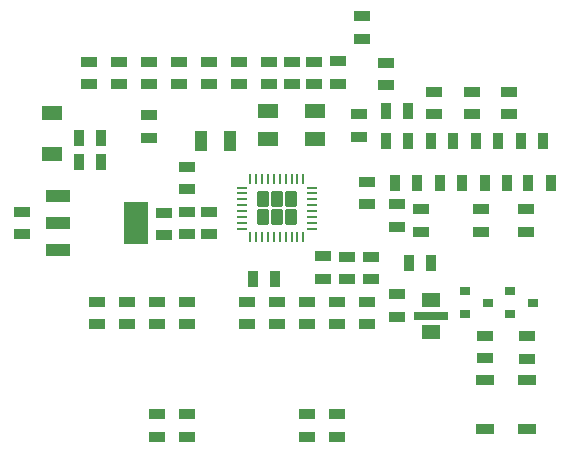
<source format=gbr>
%TF.GenerationSoftware,KiCad,Pcbnew,7.0.5.1-1-g8f565ef7f0-dirty-deb11*%
%TF.CreationDate,2023-07-20T11:12:50+00:00*%
%TF.ProjectId,ISM01,49534d30-312e-46b6-9963-61645f706362,rev?*%
%TF.SameCoordinates,Original*%
%TF.FileFunction,Paste,Bot*%
%TF.FilePolarity,Positive*%
%FSLAX46Y46*%
G04 Gerber Fmt 4.6, Leading zero omitted, Abs format (unit mm)*
G04 Created by KiCad (PCBNEW 7.0.5.1-1-g8f565ef7f0-dirty-deb11) date 2023-07-20 11:12:50*
%MOMM*%
%LPD*%
G01*
G04 APERTURE LIST*
G04 Aperture macros list*
%AMRoundRect*
0 Rectangle with rounded corners*
0 $1 Rounding radius*
0 $2 $3 $4 $5 $6 $7 $8 $9 X,Y pos of 4 corners*
0 Add a 4 corners polygon primitive as box body*
4,1,4,$2,$3,$4,$5,$6,$7,$8,$9,$2,$3,0*
0 Add four circle primitives for the rounded corners*
1,1,$1+$1,$2,$3*
1,1,$1+$1,$4,$5*
1,1,$1+$1,$6,$7*
1,1,$1+$1,$8,$9*
0 Add four rect primitives between the rounded corners*
20,1,$1+$1,$2,$3,$4,$5,0*
20,1,$1+$1,$4,$5,$6,$7,0*
20,1,$1+$1,$6,$7,$8,$9,0*
20,1,$1+$1,$8,$9,$2,$3,0*%
G04 Aperture macros list end*
%ADD10R,1.397000X0.889000*%
%ADD11R,2.032000X1.016000*%
%ADD12R,2.032000X3.657600*%
%ADD13R,0.900000X0.800000*%
%ADD14R,1.500000X0.950000*%
%ADD15R,0.889000X1.397000*%
%ADD16R,1.500000X1.300000*%
%ADD17R,3.000000X0.700000*%
%ADD18R,1.700000X1.300000*%
%ADD19R,1.000000X1.800000*%
%ADD20R,1.800000X1.200000*%
%ADD21RoundRect,0.250000X-0.279307X0.447137X-0.279307X-0.447137X0.279307X-0.447137X0.279307X0.447137X0*%
%ADD22RoundRect,0.062500X-0.062500X0.362500X-0.062500X-0.362500X0.062500X-0.362500X0.062500X0.362500X0*%
%ADD23RoundRect,0.062500X-0.362500X0.062500X-0.362500X-0.062500X0.362500X-0.062500X0.362500X0.062500X0*%
G04 APERTURE END LIST*
D10*
%TO.C,R15*%
X149887047Y-111520189D03*
X149887047Y-109615189D03*
%TD*%
%TO.C,R17*%
X152427047Y-111520189D03*
X152427047Y-109615189D03*
%TD*%
D11*
%TO.C,U1*%
X131345047Y-105233689D03*
X131345047Y-102947689D03*
X131345047Y-100661689D03*
D12*
X137949047Y-102947689D03*
%TD*%
D13*
%TO.C,Q1*%
X169588047Y-110628689D03*
X169588047Y-108728689D03*
X171588047Y-109678689D03*
%TD*%
D14*
%TO.C,D3*%
X167540047Y-116239689D03*
X167540047Y-120389689D03*
%TD*%
%TO.C,D2*%
X171096047Y-116239689D03*
X171096047Y-120389689D03*
%TD*%
D10*
%TO.C,R19*%
X155094047Y-89231689D03*
X155094047Y-91136689D03*
%TD*%
D13*
%TO.C,Q2*%
X165778047Y-110628689D03*
X165778047Y-108728689D03*
X167778047Y-109678689D03*
%TD*%
D15*
%TO.C,C1*%
X133123047Y-97740689D03*
X135028047Y-97740689D03*
%TD*%
D10*
%TO.C,C3*%
X140362047Y-102058689D03*
X140362047Y-103963689D03*
%TD*%
%TO.C,C5*%
X128297047Y-101995189D03*
X128297047Y-103900189D03*
%TD*%
%TO.C,C14*%
X142267047Y-101995189D03*
X142267047Y-103900189D03*
%TD*%
%TO.C,C15*%
X155856047Y-105805189D03*
X155856047Y-107710189D03*
%TD*%
%TO.C,C16*%
X142267047Y-100090189D03*
X142267047Y-98185189D03*
%TD*%
%TO.C,C18*%
X144172047Y-101995189D03*
X144172047Y-103900189D03*
%TD*%
D16*
%TO.C,C21*%
X162968047Y-109424689D03*
D17*
X162968047Y-110774689D03*
D16*
X162968047Y-112124689D03*
%TD*%
D10*
%TO.C,C22*%
X154967047Y-119140189D03*
X154967047Y-121045189D03*
%TD*%
%TO.C,C23*%
X152427047Y-119140189D03*
X152427047Y-121045189D03*
%TD*%
%TO.C,C27*%
X142267047Y-119140189D03*
X142267047Y-121045189D03*
%TD*%
%TO.C,C28*%
X139727047Y-119140189D03*
X139727047Y-121045189D03*
%TD*%
D18*
%TO.C,D1*%
X130837047Y-97077689D03*
X130837047Y-93577689D03*
%TD*%
D10*
%TO.C,L8*%
X160047047Y-103265189D03*
X160047047Y-101360189D03*
%TD*%
D15*
%TO.C,R1*%
X162968047Y-106300000D03*
X161063047Y-106300000D03*
%TD*%
D10*
%TO.C,R6*%
X147347047Y-111520189D03*
X147347047Y-109615189D03*
%TD*%
%TO.C,R7*%
X142267047Y-111520189D03*
X142267047Y-109615189D03*
%TD*%
%TO.C,R8*%
X139727047Y-111520189D03*
X139727047Y-109615189D03*
%TD*%
%TO.C,R9*%
X137187047Y-111520189D03*
X137187047Y-109615189D03*
%TD*%
%TO.C,R10*%
X134647047Y-111520189D03*
X134647047Y-109615189D03*
%TD*%
%TO.C,R13*%
X157507047Y-111520189D03*
X157507047Y-109615189D03*
%TD*%
%TO.C,R16*%
X154967047Y-111520189D03*
X154967047Y-109615189D03*
%TD*%
%TO.C,R20*%
X139092047Y-95708689D03*
X139092047Y-93803689D03*
%TD*%
D15*
%TO.C,R21*%
X149760047Y-107646689D03*
X147855047Y-107646689D03*
%TD*%
D10*
%TO.C,R22*%
X171096047Y-114441189D03*
X171096047Y-112536189D03*
%TD*%
%TO.C,R23*%
X167540047Y-114377689D03*
X167540047Y-112472689D03*
%TD*%
%TO.C,C20*%
X153824047Y-105741689D03*
X153824047Y-107646689D03*
%TD*%
%TO.C,C17*%
X157888047Y-105805189D03*
X157888047Y-107710189D03*
%TD*%
D15*
%TO.C,C2*%
X133123047Y-95708689D03*
X135028047Y-95708689D03*
%TD*%
D19*
%TO.C,Y1*%
X143450047Y-95962689D03*
X145950047Y-95962689D03*
%TD*%
D10*
%TO.C,R18*%
X151157047Y-89295189D03*
X151157047Y-91200189D03*
%TD*%
%TO.C,C25*%
X153062047Y-89295189D03*
X153062047Y-91200189D03*
%TD*%
%TO.C,C26*%
X157126047Y-87326689D03*
X157126047Y-85421689D03*
%TD*%
%TO.C,R5*%
X149252047Y-89295189D03*
X149252047Y-91200189D03*
%TD*%
%TO.C,R3*%
X144172047Y-89295189D03*
X144172047Y-91200189D03*
%TD*%
%TO.C,R4*%
X146712047Y-89295189D03*
X146712047Y-91200189D03*
%TD*%
%TO.C,R14*%
X139092047Y-89295189D03*
X139092047Y-91200189D03*
%TD*%
%TO.C,R2*%
X141632047Y-89295189D03*
X141632047Y-91200189D03*
%TD*%
%TO.C,R11*%
X134012047Y-89295189D03*
X134012047Y-91200189D03*
%TD*%
%TO.C,R12*%
X136552047Y-89295189D03*
X136552047Y-91200189D03*
%TD*%
D20*
%TO.C,Y2*%
X153157047Y-95822689D03*
X149157047Y-95822689D03*
X149157047Y-93422689D03*
X153157047Y-93422689D03*
%TD*%
D21*
%TO.C,U2*%
X151087047Y-100902689D03*
X149887047Y-100902689D03*
X148687047Y-100902689D03*
X151087047Y-102452689D03*
X149887047Y-102452689D03*
X148687047Y-102452689D03*
D22*
X147637047Y-99227689D03*
X148137047Y-99227689D03*
X148637047Y-99227689D03*
X149137047Y-99227689D03*
X149637047Y-99227689D03*
X150137047Y-99227689D03*
X150637047Y-99227689D03*
X151137047Y-99227689D03*
X151637047Y-99227689D03*
X152137047Y-99227689D03*
D23*
X152837047Y-99927689D03*
X152837047Y-100427689D03*
X152837047Y-100927689D03*
X152837047Y-101427689D03*
X152837047Y-101927689D03*
X152837047Y-102427689D03*
X152837047Y-102927689D03*
X152837047Y-103427689D03*
D22*
X152137047Y-104127689D03*
X151637047Y-104127689D03*
X151137047Y-104127689D03*
X150637047Y-104127689D03*
X150137047Y-104127689D03*
X149637047Y-104127689D03*
X149137047Y-104127689D03*
X148637047Y-104127689D03*
X148137047Y-104127689D03*
X147637047Y-104127689D03*
D23*
X146937047Y-103427689D03*
X146937047Y-102927689D03*
X146937047Y-102427689D03*
X146937047Y-101927689D03*
X146937047Y-101427689D03*
X146937047Y-100927689D03*
X146937047Y-100427689D03*
X146937047Y-99927689D03*
%TD*%
D15*
%TO.C,L7*%
X161761547Y-99544089D03*
X159856547Y-99544089D03*
%TD*%
%TO.C,L6*%
X164809547Y-95962689D03*
X162904547Y-95962689D03*
%TD*%
%TO.C,L9*%
X160999547Y-93422689D03*
X159094547Y-93422689D03*
%TD*%
%TO.C,L5*%
X165571547Y-99544089D03*
X163666547Y-99544089D03*
%TD*%
D10*
%TO.C,L10*%
X156872047Y-93740189D03*
X156872047Y-95645189D03*
%TD*%
%TO.C,C7*%
X167159047Y-101766589D03*
X167159047Y-103671589D03*
%TD*%
%TO.C,C9*%
X162079047Y-101766589D03*
X162079047Y-103671589D03*
%TD*%
%TO.C,C13*%
X159158047Y-91263689D03*
X159158047Y-89358689D03*
%TD*%
%TO.C,C10*%
X163222047Y-93740189D03*
X163222047Y-91835189D03*
%TD*%
%TO.C,C11*%
X157507047Y-101360189D03*
X157507047Y-99455189D03*
%TD*%
%TO.C,C4*%
X170969047Y-101766589D03*
X170969047Y-103671589D03*
%TD*%
D15*
%TO.C,C12*%
X159094547Y-95962689D03*
X160999547Y-95962689D03*
%TD*%
D10*
%TO.C,C6*%
X169572047Y-93740189D03*
X169572047Y-91835189D03*
%TD*%
%TO.C,C8*%
X166397047Y-93740189D03*
X166397047Y-91835189D03*
%TD*%
D15*
%TO.C,L3*%
X169381547Y-99544089D03*
X167476547Y-99544089D03*
%TD*%
%TO.C,L4*%
X168619547Y-95962689D03*
X166714547Y-95962689D03*
%TD*%
%TO.C,L1*%
X173064547Y-99518689D03*
X171159547Y-99518689D03*
%TD*%
%TO.C,L2*%
X172429547Y-95962689D03*
X170524547Y-95962689D03*
%TD*%
D10*
%TO.C,C19*%
X160047047Y-108980189D03*
X160047047Y-110885189D03*
%TD*%
M02*

</source>
